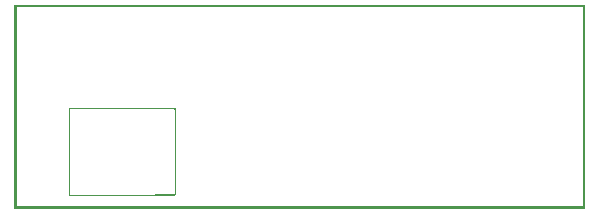
<source format=gbo>
G04 MADE WITH FRITZING*
G04 WWW.FRITZING.ORG*
G04 SINGLE SIDED*
G04 HOLES NOT PLATED*
G04 CONTOUR ON CENTER OF CONTOUR VECTOR*
%ASAXBY*%
%FSLAX23Y23*%
%MOIN*%
%OFA0B0*%
%SFA1.0B1.0*%
%ADD10R,0.001000X0.001000*%
%LNSILK0*%
G90*
G70*
G54D10*
X0Y681D02*
X1903Y681D01*
X0Y680D02*
X1903Y680D01*
X0Y679D02*
X1903Y679D01*
X0Y678D02*
X1903Y678D01*
X0Y677D02*
X1903Y677D01*
X0Y676D02*
X1903Y676D01*
X0Y675D02*
X1903Y675D01*
X0Y674D02*
X1903Y674D01*
X0Y673D02*
X7Y673D01*
X1896Y673D02*
X1903Y673D01*
X0Y672D02*
X7Y672D01*
X1896Y672D02*
X1903Y672D01*
X0Y671D02*
X7Y671D01*
X1896Y671D02*
X1903Y671D01*
X0Y670D02*
X7Y670D01*
X1896Y670D02*
X1903Y670D01*
X0Y669D02*
X7Y669D01*
X1896Y669D02*
X1903Y669D01*
X0Y668D02*
X7Y668D01*
X1896Y668D02*
X1903Y668D01*
X0Y667D02*
X7Y667D01*
X1896Y667D02*
X1903Y667D01*
X0Y666D02*
X7Y666D01*
X1896Y666D02*
X1903Y666D01*
X0Y665D02*
X7Y665D01*
X1896Y665D02*
X1903Y665D01*
X0Y664D02*
X7Y664D01*
X1896Y664D02*
X1903Y664D01*
X0Y663D02*
X7Y663D01*
X1896Y663D02*
X1903Y663D01*
X0Y662D02*
X7Y662D01*
X1896Y662D02*
X1903Y662D01*
X0Y661D02*
X7Y661D01*
X1896Y661D02*
X1903Y661D01*
X0Y660D02*
X7Y660D01*
X1896Y660D02*
X1903Y660D01*
X0Y659D02*
X7Y659D01*
X1896Y659D02*
X1903Y659D01*
X0Y658D02*
X7Y658D01*
X1896Y658D02*
X1903Y658D01*
X0Y657D02*
X7Y657D01*
X1896Y657D02*
X1903Y657D01*
X0Y656D02*
X7Y656D01*
X1896Y656D02*
X1903Y656D01*
X0Y655D02*
X7Y655D01*
X1896Y655D02*
X1903Y655D01*
X0Y654D02*
X7Y654D01*
X1896Y654D02*
X1903Y654D01*
X0Y653D02*
X7Y653D01*
X1896Y653D02*
X1903Y653D01*
X0Y652D02*
X7Y652D01*
X1896Y652D02*
X1903Y652D01*
X0Y651D02*
X7Y651D01*
X1896Y651D02*
X1903Y651D01*
X0Y650D02*
X7Y650D01*
X1896Y650D02*
X1903Y650D01*
X0Y649D02*
X7Y649D01*
X1896Y649D02*
X1903Y649D01*
X0Y648D02*
X7Y648D01*
X1896Y648D02*
X1903Y648D01*
X0Y647D02*
X7Y647D01*
X1896Y647D02*
X1903Y647D01*
X0Y646D02*
X7Y646D01*
X1896Y646D02*
X1903Y646D01*
X0Y645D02*
X7Y645D01*
X1896Y645D02*
X1903Y645D01*
X0Y644D02*
X7Y644D01*
X1896Y644D02*
X1903Y644D01*
X0Y643D02*
X7Y643D01*
X1896Y643D02*
X1903Y643D01*
X0Y642D02*
X7Y642D01*
X1896Y642D02*
X1903Y642D01*
X0Y641D02*
X7Y641D01*
X1896Y641D02*
X1903Y641D01*
X0Y640D02*
X7Y640D01*
X1896Y640D02*
X1903Y640D01*
X0Y639D02*
X7Y639D01*
X1896Y639D02*
X1903Y639D01*
X0Y638D02*
X7Y638D01*
X1896Y638D02*
X1903Y638D01*
X0Y637D02*
X7Y637D01*
X1896Y637D02*
X1903Y637D01*
X0Y636D02*
X7Y636D01*
X1896Y636D02*
X1903Y636D01*
X0Y635D02*
X7Y635D01*
X1896Y635D02*
X1903Y635D01*
X0Y634D02*
X7Y634D01*
X1896Y634D02*
X1903Y634D01*
X0Y633D02*
X7Y633D01*
X1896Y633D02*
X1903Y633D01*
X0Y632D02*
X7Y632D01*
X1896Y632D02*
X1903Y632D01*
X0Y631D02*
X7Y631D01*
X1896Y631D02*
X1903Y631D01*
X0Y630D02*
X7Y630D01*
X1896Y630D02*
X1903Y630D01*
X0Y629D02*
X7Y629D01*
X1896Y629D02*
X1903Y629D01*
X0Y628D02*
X7Y628D01*
X1896Y628D02*
X1903Y628D01*
X0Y627D02*
X7Y627D01*
X1896Y627D02*
X1903Y627D01*
X0Y626D02*
X7Y626D01*
X1896Y626D02*
X1903Y626D01*
X0Y625D02*
X7Y625D01*
X1896Y625D02*
X1903Y625D01*
X0Y624D02*
X7Y624D01*
X1896Y624D02*
X1903Y624D01*
X0Y623D02*
X7Y623D01*
X1896Y623D02*
X1903Y623D01*
X0Y622D02*
X7Y622D01*
X1896Y622D02*
X1903Y622D01*
X0Y621D02*
X7Y621D01*
X1896Y621D02*
X1903Y621D01*
X0Y620D02*
X7Y620D01*
X1896Y620D02*
X1903Y620D01*
X0Y619D02*
X7Y619D01*
X1896Y619D02*
X1903Y619D01*
X0Y618D02*
X7Y618D01*
X1896Y618D02*
X1903Y618D01*
X0Y617D02*
X7Y617D01*
X1896Y617D02*
X1903Y617D01*
X0Y616D02*
X7Y616D01*
X1896Y616D02*
X1903Y616D01*
X0Y615D02*
X7Y615D01*
X1896Y615D02*
X1903Y615D01*
X0Y614D02*
X7Y614D01*
X1896Y614D02*
X1903Y614D01*
X0Y613D02*
X7Y613D01*
X1896Y613D02*
X1903Y613D01*
X0Y612D02*
X7Y612D01*
X1896Y612D02*
X1903Y612D01*
X0Y611D02*
X7Y611D01*
X1896Y611D02*
X1903Y611D01*
X0Y610D02*
X7Y610D01*
X1896Y610D02*
X1903Y610D01*
X0Y609D02*
X7Y609D01*
X1896Y609D02*
X1903Y609D01*
X0Y608D02*
X7Y608D01*
X1896Y608D02*
X1903Y608D01*
X0Y607D02*
X7Y607D01*
X1896Y607D02*
X1903Y607D01*
X0Y606D02*
X7Y606D01*
X1896Y606D02*
X1903Y606D01*
X0Y605D02*
X7Y605D01*
X1896Y605D02*
X1903Y605D01*
X0Y604D02*
X7Y604D01*
X1896Y604D02*
X1903Y604D01*
X0Y603D02*
X7Y603D01*
X1896Y603D02*
X1903Y603D01*
X0Y602D02*
X7Y602D01*
X1896Y602D02*
X1903Y602D01*
X0Y601D02*
X7Y601D01*
X1896Y601D02*
X1903Y601D01*
X0Y600D02*
X7Y600D01*
X1896Y600D02*
X1903Y600D01*
X0Y599D02*
X7Y599D01*
X1896Y599D02*
X1903Y599D01*
X0Y598D02*
X7Y598D01*
X1896Y598D02*
X1903Y598D01*
X0Y597D02*
X7Y597D01*
X1896Y597D02*
X1903Y597D01*
X0Y596D02*
X7Y596D01*
X1896Y596D02*
X1903Y596D01*
X0Y595D02*
X7Y595D01*
X1896Y595D02*
X1903Y595D01*
X0Y594D02*
X7Y594D01*
X1896Y594D02*
X1903Y594D01*
X0Y593D02*
X7Y593D01*
X1896Y593D02*
X1903Y593D01*
X0Y592D02*
X7Y592D01*
X1896Y592D02*
X1903Y592D01*
X0Y591D02*
X7Y591D01*
X1896Y591D02*
X1903Y591D01*
X0Y590D02*
X7Y590D01*
X1896Y590D02*
X1903Y590D01*
X0Y589D02*
X7Y589D01*
X1896Y589D02*
X1903Y589D01*
X0Y588D02*
X7Y588D01*
X1896Y588D02*
X1903Y588D01*
X0Y587D02*
X7Y587D01*
X1896Y587D02*
X1903Y587D01*
X0Y586D02*
X7Y586D01*
X1896Y586D02*
X1903Y586D01*
X0Y585D02*
X7Y585D01*
X1896Y585D02*
X1903Y585D01*
X0Y584D02*
X7Y584D01*
X1896Y584D02*
X1903Y584D01*
X0Y583D02*
X7Y583D01*
X1896Y583D02*
X1903Y583D01*
X0Y582D02*
X7Y582D01*
X1896Y582D02*
X1903Y582D01*
X0Y581D02*
X7Y581D01*
X1896Y581D02*
X1903Y581D01*
X0Y580D02*
X7Y580D01*
X1896Y580D02*
X1903Y580D01*
X0Y579D02*
X7Y579D01*
X1896Y579D02*
X1903Y579D01*
X0Y578D02*
X7Y578D01*
X1896Y578D02*
X1903Y578D01*
X0Y577D02*
X7Y577D01*
X1896Y577D02*
X1903Y577D01*
X0Y576D02*
X7Y576D01*
X1896Y576D02*
X1903Y576D01*
X0Y575D02*
X7Y575D01*
X1896Y575D02*
X1903Y575D01*
X0Y574D02*
X7Y574D01*
X1896Y574D02*
X1903Y574D01*
X0Y573D02*
X7Y573D01*
X1896Y573D02*
X1903Y573D01*
X0Y572D02*
X7Y572D01*
X1896Y572D02*
X1903Y572D01*
X0Y571D02*
X7Y571D01*
X1896Y571D02*
X1903Y571D01*
X0Y570D02*
X7Y570D01*
X1896Y570D02*
X1903Y570D01*
X0Y569D02*
X7Y569D01*
X1896Y569D02*
X1903Y569D01*
X0Y568D02*
X7Y568D01*
X1896Y568D02*
X1903Y568D01*
X0Y567D02*
X7Y567D01*
X1896Y567D02*
X1903Y567D01*
X0Y566D02*
X7Y566D01*
X1896Y566D02*
X1903Y566D01*
X0Y565D02*
X7Y565D01*
X1896Y565D02*
X1903Y565D01*
X0Y564D02*
X7Y564D01*
X1896Y564D02*
X1903Y564D01*
X0Y563D02*
X7Y563D01*
X1896Y563D02*
X1903Y563D01*
X0Y562D02*
X7Y562D01*
X1896Y562D02*
X1903Y562D01*
X0Y561D02*
X7Y561D01*
X1896Y561D02*
X1903Y561D01*
X0Y560D02*
X7Y560D01*
X1896Y560D02*
X1903Y560D01*
X0Y559D02*
X7Y559D01*
X1896Y559D02*
X1903Y559D01*
X0Y558D02*
X7Y558D01*
X1896Y558D02*
X1903Y558D01*
X0Y557D02*
X7Y557D01*
X1896Y557D02*
X1903Y557D01*
X0Y556D02*
X7Y556D01*
X1896Y556D02*
X1903Y556D01*
X0Y555D02*
X7Y555D01*
X1896Y555D02*
X1903Y555D01*
X0Y554D02*
X7Y554D01*
X1896Y554D02*
X1903Y554D01*
X0Y553D02*
X7Y553D01*
X1896Y553D02*
X1903Y553D01*
X0Y552D02*
X7Y552D01*
X1896Y552D02*
X1903Y552D01*
X0Y551D02*
X7Y551D01*
X1896Y551D02*
X1903Y551D01*
X0Y550D02*
X7Y550D01*
X1896Y550D02*
X1903Y550D01*
X0Y549D02*
X7Y549D01*
X1896Y549D02*
X1903Y549D01*
X0Y548D02*
X7Y548D01*
X1896Y548D02*
X1903Y548D01*
X0Y547D02*
X7Y547D01*
X1896Y547D02*
X1903Y547D01*
X0Y546D02*
X7Y546D01*
X1896Y546D02*
X1903Y546D01*
X0Y545D02*
X7Y545D01*
X1896Y545D02*
X1903Y545D01*
X0Y544D02*
X7Y544D01*
X1896Y544D02*
X1903Y544D01*
X0Y543D02*
X7Y543D01*
X1896Y543D02*
X1903Y543D01*
X0Y542D02*
X7Y542D01*
X1896Y542D02*
X1903Y542D01*
X0Y541D02*
X7Y541D01*
X1896Y541D02*
X1903Y541D01*
X0Y540D02*
X7Y540D01*
X1896Y540D02*
X1903Y540D01*
X0Y539D02*
X7Y539D01*
X1896Y539D02*
X1903Y539D01*
X0Y538D02*
X7Y538D01*
X1896Y538D02*
X1903Y538D01*
X0Y537D02*
X7Y537D01*
X1896Y537D02*
X1903Y537D01*
X0Y536D02*
X7Y536D01*
X1896Y536D02*
X1903Y536D01*
X0Y535D02*
X7Y535D01*
X1896Y535D02*
X1903Y535D01*
X0Y534D02*
X7Y534D01*
X1896Y534D02*
X1903Y534D01*
X0Y533D02*
X7Y533D01*
X1896Y533D02*
X1903Y533D01*
X0Y532D02*
X7Y532D01*
X1896Y532D02*
X1903Y532D01*
X0Y531D02*
X7Y531D01*
X1896Y531D02*
X1903Y531D01*
X0Y530D02*
X7Y530D01*
X1896Y530D02*
X1903Y530D01*
X0Y529D02*
X7Y529D01*
X1896Y529D02*
X1903Y529D01*
X0Y528D02*
X7Y528D01*
X1896Y528D02*
X1903Y528D01*
X0Y527D02*
X7Y527D01*
X1896Y527D02*
X1903Y527D01*
X0Y526D02*
X7Y526D01*
X1896Y526D02*
X1903Y526D01*
X0Y525D02*
X7Y525D01*
X1896Y525D02*
X1903Y525D01*
X0Y524D02*
X7Y524D01*
X1896Y524D02*
X1903Y524D01*
X0Y523D02*
X7Y523D01*
X1896Y523D02*
X1903Y523D01*
X0Y522D02*
X7Y522D01*
X1896Y522D02*
X1903Y522D01*
X0Y521D02*
X7Y521D01*
X1896Y521D02*
X1903Y521D01*
X0Y520D02*
X7Y520D01*
X1896Y520D02*
X1903Y520D01*
X0Y519D02*
X7Y519D01*
X1896Y519D02*
X1903Y519D01*
X0Y518D02*
X7Y518D01*
X1896Y518D02*
X1903Y518D01*
X0Y517D02*
X7Y517D01*
X1896Y517D02*
X1903Y517D01*
X0Y516D02*
X7Y516D01*
X1896Y516D02*
X1903Y516D01*
X0Y515D02*
X7Y515D01*
X1896Y515D02*
X1903Y515D01*
X0Y514D02*
X7Y514D01*
X1896Y514D02*
X1903Y514D01*
X0Y513D02*
X7Y513D01*
X1896Y513D02*
X1903Y513D01*
X0Y512D02*
X7Y512D01*
X1896Y512D02*
X1903Y512D01*
X0Y511D02*
X7Y511D01*
X1896Y511D02*
X1903Y511D01*
X0Y510D02*
X7Y510D01*
X1896Y510D02*
X1903Y510D01*
X0Y509D02*
X7Y509D01*
X1896Y509D02*
X1903Y509D01*
X0Y508D02*
X7Y508D01*
X1896Y508D02*
X1903Y508D01*
X0Y507D02*
X7Y507D01*
X1896Y507D02*
X1903Y507D01*
X0Y506D02*
X7Y506D01*
X1896Y506D02*
X1903Y506D01*
X0Y505D02*
X7Y505D01*
X1896Y505D02*
X1903Y505D01*
X0Y504D02*
X7Y504D01*
X1896Y504D02*
X1903Y504D01*
X0Y503D02*
X7Y503D01*
X1896Y503D02*
X1903Y503D01*
X0Y502D02*
X7Y502D01*
X1896Y502D02*
X1903Y502D01*
X0Y501D02*
X7Y501D01*
X1896Y501D02*
X1903Y501D01*
X0Y500D02*
X7Y500D01*
X1896Y500D02*
X1903Y500D01*
X0Y499D02*
X7Y499D01*
X1896Y499D02*
X1903Y499D01*
X0Y498D02*
X7Y498D01*
X1896Y498D02*
X1903Y498D01*
X0Y497D02*
X7Y497D01*
X1896Y497D02*
X1903Y497D01*
X0Y496D02*
X7Y496D01*
X1896Y496D02*
X1903Y496D01*
X0Y495D02*
X7Y495D01*
X1896Y495D02*
X1903Y495D01*
X0Y494D02*
X7Y494D01*
X1896Y494D02*
X1903Y494D01*
X0Y493D02*
X7Y493D01*
X1896Y493D02*
X1903Y493D01*
X0Y492D02*
X7Y492D01*
X1896Y492D02*
X1903Y492D01*
X0Y491D02*
X7Y491D01*
X1896Y491D02*
X1903Y491D01*
X0Y490D02*
X7Y490D01*
X1896Y490D02*
X1903Y490D01*
X0Y489D02*
X7Y489D01*
X1896Y489D02*
X1903Y489D01*
X0Y488D02*
X7Y488D01*
X1896Y488D02*
X1903Y488D01*
X0Y487D02*
X7Y487D01*
X1896Y487D02*
X1903Y487D01*
X0Y486D02*
X7Y486D01*
X1896Y486D02*
X1903Y486D01*
X0Y485D02*
X7Y485D01*
X1896Y485D02*
X1903Y485D01*
X0Y484D02*
X7Y484D01*
X1896Y484D02*
X1903Y484D01*
X0Y483D02*
X7Y483D01*
X1896Y483D02*
X1903Y483D01*
X0Y482D02*
X7Y482D01*
X1896Y482D02*
X1903Y482D01*
X0Y481D02*
X7Y481D01*
X1896Y481D02*
X1903Y481D01*
X0Y480D02*
X7Y480D01*
X1896Y480D02*
X1903Y480D01*
X0Y479D02*
X7Y479D01*
X1896Y479D02*
X1903Y479D01*
X0Y478D02*
X7Y478D01*
X1896Y478D02*
X1903Y478D01*
X0Y477D02*
X7Y477D01*
X1896Y477D02*
X1903Y477D01*
X0Y476D02*
X7Y476D01*
X1896Y476D02*
X1903Y476D01*
X0Y475D02*
X7Y475D01*
X1896Y475D02*
X1903Y475D01*
X0Y474D02*
X7Y474D01*
X1896Y474D02*
X1903Y474D01*
X0Y473D02*
X7Y473D01*
X1896Y473D02*
X1903Y473D01*
X0Y472D02*
X7Y472D01*
X1896Y472D02*
X1903Y472D01*
X0Y471D02*
X7Y471D01*
X1896Y471D02*
X1903Y471D01*
X0Y470D02*
X7Y470D01*
X1896Y470D02*
X1903Y470D01*
X0Y469D02*
X7Y469D01*
X1896Y469D02*
X1903Y469D01*
X0Y468D02*
X7Y468D01*
X1896Y468D02*
X1903Y468D01*
X0Y467D02*
X7Y467D01*
X1896Y467D02*
X1903Y467D01*
X0Y466D02*
X7Y466D01*
X1896Y466D02*
X1903Y466D01*
X0Y465D02*
X7Y465D01*
X1896Y465D02*
X1903Y465D01*
X0Y464D02*
X7Y464D01*
X1896Y464D02*
X1903Y464D01*
X0Y463D02*
X7Y463D01*
X1896Y463D02*
X1903Y463D01*
X0Y462D02*
X7Y462D01*
X1896Y462D02*
X1903Y462D01*
X0Y461D02*
X7Y461D01*
X1896Y461D02*
X1903Y461D01*
X0Y460D02*
X7Y460D01*
X1896Y460D02*
X1903Y460D01*
X0Y459D02*
X7Y459D01*
X1896Y459D02*
X1903Y459D01*
X0Y458D02*
X7Y458D01*
X1896Y458D02*
X1903Y458D01*
X0Y457D02*
X7Y457D01*
X1896Y457D02*
X1903Y457D01*
X0Y456D02*
X7Y456D01*
X1896Y456D02*
X1903Y456D01*
X0Y455D02*
X7Y455D01*
X1896Y455D02*
X1903Y455D01*
X0Y454D02*
X7Y454D01*
X1896Y454D02*
X1903Y454D01*
X0Y453D02*
X7Y453D01*
X1896Y453D02*
X1903Y453D01*
X0Y452D02*
X7Y452D01*
X1896Y452D02*
X1903Y452D01*
X0Y451D02*
X7Y451D01*
X1896Y451D02*
X1903Y451D01*
X0Y450D02*
X7Y450D01*
X1896Y450D02*
X1903Y450D01*
X0Y449D02*
X7Y449D01*
X1896Y449D02*
X1903Y449D01*
X0Y448D02*
X7Y448D01*
X1896Y448D02*
X1903Y448D01*
X0Y447D02*
X7Y447D01*
X1896Y447D02*
X1903Y447D01*
X0Y446D02*
X7Y446D01*
X1896Y446D02*
X1903Y446D01*
X0Y445D02*
X7Y445D01*
X1896Y445D02*
X1903Y445D01*
X0Y444D02*
X7Y444D01*
X1896Y444D02*
X1903Y444D01*
X0Y443D02*
X7Y443D01*
X1896Y443D02*
X1903Y443D01*
X0Y442D02*
X7Y442D01*
X1896Y442D02*
X1903Y442D01*
X0Y441D02*
X7Y441D01*
X1896Y441D02*
X1903Y441D01*
X0Y440D02*
X7Y440D01*
X1896Y440D02*
X1903Y440D01*
X0Y439D02*
X7Y439D01*
X1896Y439D02*
X1903Y439D01*
X0Y438D02*
X7Y438D01*
X1896Y438D02*
X1903Y438D01*
X0Y437D02*
X7Y437D01*
X1896Y437D02*
X1903Y437D01*
X0Y436D02*
X7Y436D01*
X1896Y436D02*
X1903Y436D01*
X0Y435D02*
X7Y435D01*
X1896Y435D02*
X1903Y435D01*
X0Y434D02*
X7Y434D01*
X1896Y434D02*
X1903Y434D01*
X0Y433D02*
X7Y433D01*
X1896Y433D02*
X1903Y433D01*
X0Y432D02*
X7Y432D01*
X1896Y432D02*
X1903Y432D01*
X0Y431D02*
X7Y431D01*
X1896Y431D02*
X1903Y431D01*
X0Y430D02*
X7Y430D01*
X1896Y430D02*
X1903Y430D01*
X0Y429D02*
X7Y429D01*
X1896Y429D02*
X1903Y429D01*
X0Y428D02*
X7Y428D01*
X1896Y428D02*
X1903Y428D01*
X0Y427D02*
X7Y427D01*
X1896Y427D02*
X1903Y427D01*
X0Y426D02*
X7Y426D01*
X1896Y426D02*
X1903Y426D01*
X0Y425D02*
X7Y425D01*
X1896Y425D02*
X1903Y425D01*
X0Y424D02*
X7Y424D01*
X1896Y424D02*
X1903Y424D01*
X0Y423D02*
X7Y423D01*
X1896Y423D02*
X1903Y423D01*
X0Y422D02*
X7Y422D01*
X1896Y422D02*
X1903Y422D01*
X0Y421D02*
X7Y421D01*
X1896Y421D02*
X1903Y421D01*
X0Y420D02*
X7Y420D01*
X1896Y420D02*
X1903Y420D01*
X0Y419D02*
X7Y419D01*
X1896Y419D02*
X1903Y419D01*
X0Y418D02*
X7Y418D01*
X1896Y418D02*
X1903Y418D01*
X0Y417D02*
X7Y417D01*
X1896Y417D02*
X1903Y417D01*
X0Y416D02*
X7Y416D01*
X1896Y416D02*
X1903Y416D01*
X0Y415D02*
X7Y415D01*
X1896Y415D02*
X1903Y415D01*
X0Y414D02*
X7Y414D01*
X1896Y414D02*
X1903Y414D01*
X0Y413D02*
X7Y413D01*
X1896Y413D02*
X1903Y413D01*
X0Y412D02*
X7Y412D01*
X1896Y412D02*
X1903Y412D01*
X0Y411D02*
X7Y411D01*
X1896Y411D02*
X1903Y411D01*
X0Y410D02*
X7Y410D01*
X1896Y410D02*
X1903Y410D01*
X0Y409D02*
X7Y409D01*
X1896Y409D02*
X1903Y409D01*
X0Y408D02*
X7Y408D01*
X1896Y408D02*
X1903Y408D01*
X0Y407D02*
X7Y407D01*
X1896Y407D02*
X1903Y407D01*
X0Y406D02*
X7Y406D01*
X1896Y406D02*
X1903Y406D01*
X0Y405D02*
X7Y405D01*
X1896Y405D02*
X1903Y405D01*
X0Y404D02*
X7Y404D01*
X1896Y404D02*
X1903Y404D01*
X0Y403D02*
X7Y403D01*
X1896Y403D02*
X1903Y403D01*
X0Y402D02*
X7Y402D01*
X1896Y402D02*
X1903Y402D01*
X0Y401D02*
X7Y401D01*
X1896Y401D02*
X1903Y401D01*
X0Y400D02*
X7Y400D01*
X1896Y400D02*
X1903Y400D01*
X0Y399D02*
X7Y399D01*
X1896Y399D02*
X1903Y399D01*
X0Y398D02*
X7Y398D01*
X1896Y398D02*
X1903Y398D01*
X0Y397D02*
X7Y397D01*
X1896Y397D02*
X1903Y397D01*
X0Y396D02*
X7Y396D01*
X1896Y396D02*
X1903Y396D01*
X0Y395D02*
X7Y395D01*
X1896Y395D02*
X1903Y395D01*
X0Y394D02*
X7Y394D01*
X1896Y394D02*
X1903Y394D01*
X0Y393D02*
X7Y393D01*
X1896Y393D02*
X1903Y393D01*
X0Y392D02*
X7Y392D01*
X1896Y392D02*
X1903Y392D01*
X0Y391D02*
X7Y391D01*
X1896Y391D02*
X1903Y391D01*
X0Y390D02*
X7Y390D01*
X1896Y390D02*
X1903Y390D01*
X0Y389D02*
X7Y389D01*
X1896Y389D02*
X1903Y389D01*
X0Y388D02*
X7Y388D01*
X1896Y388D02*
X1903Y388D01*
X0Y387D02*
X7Y387D01*
X1896Y387D02*
X1903Y387D01*
X0Y386D02*
X7Y386D01*
X1896Y386D02*
X1903Y386D01*
X0Y385D02*
X7Y385D01*
X1896Y385D02*
X1903Y385D01*
X0Y384D02*
X7Y384D01*
X1896Y384D02*
X1903Y384D01*
X0Y383D02*
X7Y383D01*
X1896Y383D02*
X1903Y383D01*
X0Y382D02*
X7Y382D01*
X1896Y382D02*
X1903Y382D01*
X0Y381D02*
X7Y381D01*
X1896Y381D02*
X1903Y381D01*
X0Y380D02*
X7Y380D01*
X1896Y380D02*
X1903Y380D01*
X0Y379D02*
X7Y379D01*
X1896Y379D02*
X1903Y379D01*
X0Y378D02*
X7Y378D01*
X1896Y378D02*
X1903Y378D01*
X0Y377D02*
X7Y377D01*
X1896Y377D02*
X1903Y377D01*
X0Y376D02*
X7Y376D01*
X1896Y376D02*
X1903Y376D01*
X0Y375D02*
X7Y375D01*
X1896Y375D02*
X1903Y375D01*
X0Y374D02*
X7Y374D01*
X1896Y374D02*
X1903Y374D01*
X0Y373D02*
X7Y373D01*
X1896Y373D02*
X1903Y373D01*
X0Y372D02*
X7Y372D01*
X1896Y372D02*
X1903Y372D01*
X0Y371D02*
X7Y371D01*
X1896Y371D02*
X1903Y371D01*
X0Y370D02*
X7Y370D01*
X1896Y370D02*
X1903Y370D01*
X0Y369D02*
X7Y369D01*
X1896Y369D02*
X1903Y369D01*
X0Y368D02*
X7Y368D01*
X1896Y368D02*
X1903Y368D01*
X0Y367D02*
X7Y367D01*
X1896Y367D02*
X1903Y367D01*
X0Y366D02*
X7Y366D01*
X1896Y366D02*
X1903Y366D01*
X0Y365D02*
X7Y365D01*
X1896Y365D02*
X1903Y365D01*
X0Y364D02*
X7Y364D01*
X1896Y364D02*
X1903Y364D01*
X0Y363D02*
X7Y363D01*
X1896Y363D02*
X1903Y363D01*
X0Y362D02*
X7Y362D01*
X1896Y362D02*
X1903Y362D01*
X0Y361D02*
X7Y361D01*
X1896Y361D02*
X1903Y361D01*
X0Y360D02*
X7Y360D01*
X1896Y360D02*
X1903Y360D01*
X0Y359D02*
X7Y359D01*
X1896Y359D02*
X1903Y359D01*
X0Y358D02*
X7Y358D01*
X1896Y358D02*
X1903Y358D01*
X0Y357D02*
X7Y357D01*
X1896Y357D02*
X1903Y357D01*
X0Y356D02*
X7Y356D01*
X1896Y356D02*
X1903Y356D01*
X0Y355D02*
X7Y355D01*
X1896Y355D02*
X1903Y355D01*
X0Y354D02*
X7Y354D01*
X1896Y354D02*
X1903Y354D01*
X0Y353D02*
X7Y353D01*
X1896Y353D02*
X1903Y353D01*
X0Y352D02*
X7Y352D01*
X1896Y352D02*
X1903Y352D01*
X0Y351D02*
X7Y351D01*
X1896Y351D02*
X1903Y351D01*
X0Y350D02*
X7Y350D01*
X1896Y350D02*
X1903Y350D01*
X0Y349D02*
X7Y349D01*
X1896Y349D02*
X1903Y349D01*
X0Y348D02*
X7Y348D01*
X1896Y348D02*
X1903Y348D01*
X0Y347D02*
X7Y347D01*
X1896Y347D02*
X1903Y347D01*
X0Y346D02*
X7Y346D01*
X1896Y346D02*
X1903Y346D01*
X0Y345D02*
X7Y345D01*
X1896Y345D02*
X1903Y345D01*
X0Y344D02*
X7Y344D01*
X1896Y344D02*
X1903Y344D01*
X0Y343D02*
X7Y343D01*
X1896Y343D02*
X1903Y343D01*
X0Y342D02*
X7Y342D01*
X1896Y342D02*
X1903Y342D01*
X0Y341D02*
X7Y341D01*
X1896Y341D02*
X1903Y341D01*
X0Y340D02*
X7Y340D01*
X1896Y340D02*
X1903Y340D01*
X0Y339D02*
X7Y339D01*
X1896Y339D02*
X1903Y339D01*
X0Y338D02*
X7Y338D01*
X1896Y338D02*
X1903Y338D01*
X0Y337D02*
X7Y337D01*
X184Y337D02*
X536Y337D01*
X1896Y337D02*
X1903Y337D01*
X0Y336D02*
X7Y336D01*
X182Y336D02*
X537Y336D01*
X1896Y336D02*
X1903Y336D01*
X0Y335D02*
X7Y335D01*
X182Y335D02*
X537Y335D01*
X1896Y335D02*
X1903Y335D01*
X0Y334D02*
X7Y334D01*
X182Y334D02*
X184Y334D01*
X470Y334D02*
X537Y334D01*
X1896Y334D02*
X1903Y334D01*
X0Y333D02*
X7Y333D01*
X182Y333D02*
X184Y333D01*
X534Y333D02*
X537Y333D01*
X1896Y333D02*
X1903Y333D01*
X0Y332D02*
X7Y332D01*
X182Y332D02*
X184Y332D01*
X535Y332D02*
X537Y332D01*
X1896Y332D02*
X1903Y332D01*
X0Y331D02*
X7Y331D01*
X182Y331D02*
X184Y331D01*
X535Y331D02*
X537Y331D01*
X1896Y331D02*
X1903Y331D01*
X0Y330D02*
X7Y330D01*
X182Y330D02*
X184Y330D01*
X535Y330D02*
X537Y330D01*
X1896Y330D02*
X1903Y330D01*
X0Y329D02*
X7Y329D01*
X182Y329D02*
X184Y329D01*
X535Y329D02*
X537Y329D01*
X1896Y329D02*
X1903Y329D01*
X0Y328D02*
X7Y328D01*
X182Y328D02*
X184Y328D01*
X535Y328D02*
X537Y328D01*
X1896Y328D02*
X1903Y328D01*
X0Y327D02*
X7Y327D01*
X182Y327D02*
X184Y327D01*
X535Y327D02*
X537Y327D01*
X1896Y327D02*
X1903Y327D01*
X0Y326D02*
X7Y326D01*
X182Y326D02*
X184Y326D01*
X535Y326D02*
X537Y326D01*
X1896Y326D02*
X1903Y326D01*
X0Y325D02*
X7Y325D01*
X182Y325D02*
X184Y325D01*
X535Y325D02*
X537Y325D01*
X1896Y325D02*
X1903Y325D01*
X0Y324D02*
X7Y324D01*
X182Y324D02*
X184Y324D01*
X535Y324D02*
X537Y324D01*
X1896Y324D02*
X1903Y324D01*
X0Y323D02*
X7Y323D01*
X182Y323D02*
X184Y323D01*
X535Y323D02*
X537Y323D01*
X1896Y323D02*
X1903Y323D01*
X0Y322D02*
X7Y322D01*
X182Y322D02*
X184Y322D01*
X535Y322D02*
X537Y322D01*
X1896Y322D02*
X1903Y322D01*
X0Y321D02*
X7Y321D01*
X182Y321D02*
X184Y321D01*
X535Y321D02*
X537Y321D01*
X1896Y321D02*
X1903Y321D01*
X0Y320D02*
X7Y320D01*
X182Y320D02*
X184Y320D01*
X535Y320D02*
X537Y320D01*
X1896Y320D02*
X1903Y320D01*
X0Y319D02*
X7Y319D01*
X182Y319D02*
X184Y319D01*
X535Y319D02*
X537Y319D01*
X1896Y319D02*
X1903Y319D01*
X0Y318D02*
X7Y318D01*
X182Y318D02*
X184Y318D01*
X535Y318D02*
X537Y318D01*
X1896Y318D02*
X1903Y318D01*
X0Y317D02*
X7Y317D01*
X182Y317D02*
X184Y317D01*
X535Y317D02*
X537Y317D01*
X1896Y317D02*
X1903Y317D01*
X0Y316D02*
X7Y316D01*
X182Y316D02*
X184Y316D01*
X535Y316D02*
X537Y316D01*
X1896Y316D02*
X1903Y316D01*
X0Y315D02*
X7Y315D01*
X182Y315D02*
X184Y315D01*
X535Y315D02*
X537Y315D01*
X1896Y315D02*
X1903Y315D01*
X0Y314D02*
X7Y314D01*
X182Y314D02*
X184Y314D01*
X535Y314D02*
X537Y314D01*
X1896Y314D02*
X1903Y314D01*
X0Y313D02*
X7Y313D01*
X182Y313D02*
X184Y313D01*
X535Y313D02*
X537Y313D01*
X1896Y313D02*
X1903Y313D01*
X0Y312D02*
X7Y312D01*
X182Y312D02*
X184Y312D01*
X535Y312D02*
X537Y312D01*
X1896Y312D02*
X1903Y312D01*
X0Y311D02*
X7Y311D01*
X182Y311D02*
X184Y311D01*
X535Y311D02*
X537Y311D01*
X1896Y311D02*
X1903Y311D01*
X0Y310D02*
X7Y310D01*
X182Y310D02*
X184Y310D01*
X535Y310D02*
X537Y310D01*
X1896Y310D02*
X1903Y310D01*
X0Y309D02*
X7Y309D01*
X182Y309D02*
X184Y309D01*
X535Y309D02*
X537Y309D01*
X1896Y309D02*
X1903Y309D01*
X0Y308D02*
X7Y308D01*
X182Y308D02*
X184Y308D01*
X535Y308D02*
X537Y308D01*
X1896Y308D02*
X1903Y308D01*
X0Y307D02*
X7Y307D01*
X182Y307D02*
X184Y307D01*
X535Y307D02*
X537Y307D01*
X1896Y307D02*
X1903Y307D01*
X0Y306D02*
X7Y306D01*
X182Y306D02*
X184Y306D01*
X535Y306D02*
X537Y306D01*
X1896Y306D02*
X1903Y306D01*
X0Y305D02*
X7Y305D01*
X182Y305D02*
X184Y305D01*
X535Y305D02*
X537Y305D01*
X1896Y305D02*
X1903Y305D01*
X0Y304D02*
X7Y304D01*
X182Y304D02*
X184Y304D01*
X535Y304D02*
X537Y304D01*
X1896Y304D02*
X1903Y304D01*
X0Y303D02*
X7Y303D01*
X182Y303D02*
X184Y303D01*
X535Y303D02*
X537Y303D01*
X1896Y303D02*
X1903Y303D01*
X0Y302D02*
X7Y302D01*
X182Y302D02*
X184Y302D01*
X535Y302D02*
X537Y302D01*
X1896Y302D02*
X1903Y302D01*
X0Y301D02*
X7Y301D01*
X182Y301D02*
X184Y301D01*
X535Y301D02*
X537Y301D01*
X1896Y301D02*
X1903Y301D01*
X0Y300D02*
X7Y300D01*
X182Y300D02*
X184Y300D01*
X535Y300D02*
X537Y300D01*
X1896Y300D02*
X1903Y300D01*
X0Y299D02*
X7Y299D01*
X182Y299D02*
X184Y299D01*
X535Y299D02*
X537Y299D01*
X1896Y299D02*
X1903Y299D01*
X0Y298D02*
X7Y298D01*
X182Y298D02*
X184Y298D01*
X535Y298D02*
X537Y298D01*
X1896Y298D02*
X1903Y298D01*
X0Y297D02*
X7Y297D01*
X182Y297D02*
X184Y297D01*
X535Y297D02*
X537Y297D01*
X1896Y297D02*
X1903Y297D01*
X0Y296D02*
X7Y296D01*
X182Y296D02*
X184Y296D01*
X535Y296D02*
X537Y296D01*
X1896Y296D02*
X1903Y296D01*
X0Y295D02*
X7Y295D01*
X182Y295D02*
X184Y295D01*
X535Y295D02*
X537Y295D01*
X1896Y295D02*
X1903Y295D01*
X0Y294D02*
X7Y294D01*
X182Y294D02*
X184Y294D01*
X535Y294D02*
X537Y294D01*
X1896Y294D02*
X1903Y294D01*
X0Y293D02*
X7Y293D01*
X182Y293D02*
X184Y293D01*
X535Y293D02*
X537Y293D01*
X1896Y293D02*
X1903Y293D01*
X0Y292D02*
X7Y292D01*
X182Y292D02*
X184Y292D01*
X535Y292D02*
X537Y292D01*
X1896Y292D02*
X1903Y292D01*
X0Y291D02*
X7Y291D01*
X182Y291D02*
X184Y291D01*
X535Y291D02*
X537Y291D01*
X1896Y291D02*
X1903Y291D01*
X0Y290D02*
X7Y290D01*
X182Y290D02*
X184Y290D01*
X535Y290D02*
X537Y290D01*
X1896Y290D02*
X1903Y290D01*
X0Y289D02*
X7Y289D01*
X182Y289D02*
X184Y289D01*
X535Y289D02*
X537Y289D01*
X1896Y289D02*
X1903Y289D01*
X0Y288D02*
X7Y288D01*
X182Y288D02*
X184Y288D01*
X535Y288D02*
X537Y288D01*
X1896Y288D02*
X1903Y288D01*
X0Y287D02*
X7Y287D01*
X182Y287D02*
X184Y287D01*
X535Y287D02*
X537Y287D01*
X1896Y287D02*
X1903Y287D01*
X0Y286D02*
X7Y286D01*
X182Y286D02*
X184Y286D01*
X535Y286D02*
X537Y286D01*
X1896Y286D02*
X1903Y286D01*
X0Y285D02*
X7Y285D01*
X182Y285D02*
X184Y285D01*
X535Y285D02*
X537Y285D01*
X1896Y285D02*
X1903Y285D01*
X0Y284D02*
X7Y284D01*
X182Y284D02*
X184Y284D01*
X535Y284D02*
X537Y284D01*
X1896Y284D02*
X1903Y284D01*
X0Y283D02*
X7Y283D01*
X182Y283D02*
X184Y283D01*
X535Y283D02*
X537Y283D01*
X1896Y283D02*
X1903Y283D01*
X0Y282D02*
X7Y282D01*
X182Y282D02*
X184Y282D01*
X535Y282D02*
X537Y282D01*
X1896Y282D02*
X1903Y282D01*
X0Y281D02*
X7Y281D01*
X182Y281D02*
X184Y281D01*
X535Y281D02*
X537Y281D01*
X1896Y281D02*
X1903Y281D01*
X0Y280D02*
X7Y280D01*
X182Y280D02*
X184Y280D01*
X535Y280D02*
X537Y280D01*
X1896Y280D02*
X1903Y280D01*
X0Y279D02*
X7Y279D01*
X182Y279D02*
X184Y279D01*
X535Y279D02*
X537Y279D01*
X1896Y279D02*
X1903Y279D01*
X0Y278D02*
X7Y278D01*
X182Y278D02*
X184Y278D01*
X535Y278D02*
X537Y278D01*
X1896Y278D02*
X1903Y278D01*
X0Y277D02*
X7Y277D01*
X182Y277D02*
X184Y277D01*
X535Y277D02*
X537Y277D01*
X1896Y277D02*
X1903Y277D01*
X0Y276D02*
X7Y276D01*
X182Y276D02*
X184Y276D01*
X535Y276D02*
X537Y276D01*
X1896Y276D02*
X1903Y276D01*
X0Y275D02*
X7Y275D01*
X182Y275D02*
X184Y275D01*
X535Y275D02*
X537Y275D01*
X1896Y275D02*
X1903Y275D01*
X0Y274D02*
X7Y274D01*
X182Y274D02*
X184Y274D01*
X535Y274D02*
X537Y274D01*
X1896Y274D02*
X1903Y274D01*
X0Y273D02*
X7Y273D01*
X182Y273D02*
X184Y273D01*
X535Y273D02*
X537Y273D01*
X1896Y273D02*
X1903Y273D01*
X0Y272D02*
X7Y272D01*
X182Y272D02*
X184Y272D01*
X535Y272D02*
X537Y272D01*
X1896Y272D02*
X1903Y272D01*
X0Y271D02*
X7Y271D01*
X182Y271D02*
X184Y271D01*
X535Y271D02*
X537Y271D01*
X1896Y271D02*
X1903Y271D01*
X0Y270D02*
X7Y270D01*
X182Y270D02*
X184Y270D01*
X535Y270D02*
X537Y270D01*
X1896Y270D02*
X1903Y270D01*
X0Y269D02*
X7Y269D01*
X182Y269D02*
X184Y269D01*
X535Y269D02*
X537Y269D01*
X1896Y269D02*
X1903Y269D01*
X0Y268D02*
X7Y268D01*
X182Y268D02*
X184Y268D01*
X535Y268D02*
X537Y268D01*
X1896Y268D02*
X1903Y268D01*
X0Y267D02*
X7Y267D01*
X182Y267D02*
X184Y267D01*
X535Y267D02*
X537Y267D01*
X1896Y267D02*
X1903Y267D01*
X0Y266D02*
X7Y266D01*
X182Y266D02*
X184Y266D01*
X535Y266D02*
X537Y266D01*
X1896Y266D02*
X1903Y266D01*
X0Y265D02*
X7Y265D01*
X182Y265D02*
X184Y265D01*
X535Y265D02*
X537Y265D01*
X1896Y265D02*
X1903Y265D01*
X0Y264D02*
X7Y264D01*
X182Y264D02*
X184Y264D01*
X535Y264D02*
X537Y264D01*
X1896Y264D02*
X1903Y264D01*
X0Y263D02*
X7Y263D01*
X182Y263D02*
X184Y263D01*
X535Y263D02*
X537Y263D01*
X1896Y263D02*
X1903Y263D01*
X0Y262D02*
X7Y262D01*
X182Y262D02*
X184Y262D01*
X535Y262D02*
X537Y262D01*
X1896Y262D02*
X1903Y262D01*
X0Y261D02*
X7Y261D01*
X182Y261D02*
X184Y261D01*
X535Y261D02*
X537Y261D01*
X1896Y261D02*
X1903Y261D01*
X0Y260D02*
X7Y260D01*
X182Y260D02*
X184Y260D01*
X535Y260D02*
X537Y260D01*
X1896Y260D02*
X1903Y260D01*
X0Y259D02*
X7Y259D01*
X182Y259D02*
X184Y259D01*
X535Y259D02*
X537Y259D01*
X1896Y259D02*
X1903Y259D01*
X0Y258D02*
X7Y258D01*
X182Y258D02*
X184Y258D01*
X535Y258D02*
X537Y258D01*
X1896Y258D02*
X1903Y258D01*
X0Y257D02*
X7Y257D01*
X182Y257D02*
X184Y257D01*
X535Y257D02*
X537Y257D01*
X1896Y257D02*
X1903Y257D01*
X0Y256D02*
X7Y256D01*
X182Y256D02*
X184Y256D01*
X535Y256D02*
X537Y256D01*
X1896Y256D02*
X1903Y256D01*
X0Y255D02*
X7Y255D01*
X182Y255D02*
X184Y255D01*
X535Y255D02*
X537Y255D01*
X1896Y255D02*
X1903Y255D01*
X0Y254D02*
X7Y254D01*
X182Y254D02*
X184Y254D01*
X535Y254D02*
X537Y254D01*
X1896Y254D02*
X1903Y254D01*
X0Y253D02*
X7Y253D01*
X182Y253D02*
X184Y253D01*
X535Y253D02*
X537Y253D01*
X1896Y253D02*
X1903Y253D01*
X0Y252D02*
X7Y252D01*
X182Y252D02*
X184Y252D01*
X535Y252D02*
X537Y252D01*
X1896Y252D02*
X1903Y252D01*
X0Y251D02*
X7Y251D01*
X182Y251D02*
X184Y251D01*
X535Y251D02*
X537Y251D01*
X1896Y251D02*
X1903Y251D01*
X0Y250D02*
X7Y250D01*
X182Y250D02*
X184Y250D01*
X535Y250D02*
X537Y250D01*
X1896Y250D02*
X1903Y250D01*
X0Y249D02*
X7Y249D01*
X182Y249D02*
X184Y249D01*
X535Y249D02*
X537Y249D01*
X1896Y249D02*
X1903Y249D01*
X0Y248D02*
X7Y248D01*
X182Y248D02*
X184Y248D01*
X535Y248D02*
X537Y248D01*
X1896Y248D02*
X1903Y248D01*
X0Y247D02*
X7Y247D01*
X182Y247D02*
X184Y247D01*
X535Y247D02*
X537Y247D01*
X1896Y247D02*
X1903Y247D01*
X0Y246D02*
X7Y246D01*
X182Y246D02*
X184Y246D01*
X535Y246D02*
X537Y246D01*
X1896Y246D02*
X1903Y246D01*
X0Y245D02*
X7Y245D01*
X182Y245D02*
X184Y245D01*
X535Y245D02*
X537Y245D01*
X1896Y245D02*
X1903Y245D01*
X0Y244D02*
X7Y244D01*
X182Y244D02*
X184Y244D01*
X535Y244D02*
X537Y244D01*
X1896Y244D02*
X1903Y244D01*
X0Y243D02*
X7Y243D01*
X182Y243D02*
X184Y243D01*
X535Y243D02*
X537Y243D01*
X1896Y243D02*
X1903Y243D01*
X0Y242D02*
X7Y242D01*
X182Y242D02*
X184Y242D01*
X535Y242D02*
X537Y242D01*
X1896Y242D02*
X1903Y242D01*
X0Y241D02*
X7Y241D01*
X182Y241D02*
X184Y241D01*
X535Y241D02*
X537Y241D01*
X1896Y241D02*
X1903Y241D01*
X0Y240D02*
X7Y240D01*
X182Y240D02*
X184Y240D01*
X535Y240D02*
X537Y240D01*
X1896Y240D02*
X1903Y240D01*
X0Y239D02*
X7Y239D01*
X182Y239D02*
X184Y239D01*
X535Y239D02*
X537Y239D01*
X1896Y239D02*
X1903Y239D01*
X0Y238D02*
X7Y238D01*
X182Y238D02*
X184Y238D01*
X535Y238D02*
X537Y238D01*
X1896Y238D02*
X1903Y238D01*
X0Y237D02*
X7Y237D01*
X182Y237D02*
X184Y237D01*
X535Y237D02*
X537Y237D01*
X1896Y237D02*
X1903Y237D01*
X0Y236D02*
X7Y236D01*
X182Y236D02*
X184Y236D01*
X535Y236D02*
X537Y236D01*
X1896Y236D02*
X1903Y236D01*
X0Y235D02*
X7Y235D01*
X182Y235D02*
X184Y235D01*
X535Y235D02*
X537Y235D01*
X1896Y235D02*
X1903Y235D01*
X0Y234D02*
X7Y234D01*
X182Y234D02*
X184Y234D01*
X535Y234D02*
X537Y234D01*
X1896Y234D02*
X1903Y234D01*
X0Y233D02*
X7Y233D01*
X182Y233D02*
X184Y233D01*
X535Y233D02*
X537Y233D01*
X1896Y233D02*
X1903Y233D01*
X0Y232D02*
X7Y232D01*
X182Y232D02*
X184Y232D01*
X535Y232D02*
X537Y232D01*
X1896Y232D02*
X1903Y232D01*
X0Y231D02*
X7Y231D01*
X182Y231D02*
X184Y231D01*
X535Y231D02*
X537Y231D01*
X1896Y231D02*
X1903Y231D01*
X0Y230D02*
X7Y230D01*
X182Y230D02*
X184Y230D01*
X535Y230D02*
X537Y230D01*
X1896Y230D02*
X1903Y230D01*
X0Y229D02*
X7Y229D01*
X182Y229D02*
X184Y229D01*
X535Y229D02*
X537Y229D01*
X1896Y229D02*
X1903Y229D01*
X0Y228D02*
X7Y228D01*
X182Y228D02*
X184Y228D01*
X535Y228D02*
X537Y228D01*
X1896Y228D02*
X1903Y228D01*
X0Y227D02*
X7Y227D01*
X182Y227D02*
X184Y227D01*
X535Y227D02*
X537Y227D01*
X1896Y227D02*
X1903Y227D01*
X0Y226D02*
X7Y226D01*
X182Y226D02*
X184Y226D01*
X535Y226D02*
X537Y226D01*
X1896Y226D02*
X1903Y226D01*
X0Y225D02*
X7Y225D01*
X182Y225D02*
X184Y225D01*
X535Y225D02*
X537Y225D01*
X1896Y225D02*
X1903Y225D01*
X0Y224D02*
X7Y224D01*
X182Y224D02*
X184Y224D01*
X535Y224D02*
X537Y224D01*
X1896Y224D02*
X1903Y224D01*
X0Y223D02*
X7Y223D01*
X182Y223D02*
X184Y223D01*
X535Y223D02*
X537Y223D01*
X1896Y223D02*
X1903Y223D01*
X0Y222D02*
X7Y222D01*
X182Y222D02*
X184Y222D01*
X535Y222D02*
X537Y222D01*
X1896Y222D02*
X1903Y222D01*
X0Y221D02*
X7Y221D01*
X182Y221D02*
X184Y221D01*
X535Y221D02*
X537Y221D01*
X1896Y221D02*
X1903Y221D01*
X0Y220D02*
X7Y220D01*
X182Y220D02*
X184Y220D01*
X535Y220D02*
X537Y220D01*
X1896Y220D02*
X1903Y220D01*
X0Y219D02*
X7Y219D01*
X182Y219D02*
X184Y219D01*
X535Y219D02*
X537Y219D01*
X1896Y219D02*
X1903Y219D01*
X0Y218D02*
X7Y218D01*
X182Y218D02*
X184Y218D01*
X535Y218D02*
X537Y218D01*
X1896Y218D02*
X1903Y218D01*
X0Y217D02*
X7Y217D01*
X182Y217D02*
X184Y217D01*
X535Y217D02*
X537Y217D01*
X1896Y217D02*
X1903Y217D01*
X0Y216D02*
X7Y216D01*
X182Y216D02*
X184Y216D01*
X535Y216D02*
X537Y216D01*
X1896Y216D02*
X1903Y216D01*
X0Y215D02*
X7Y215D01*
X182Y215D02*
X184Y215D01*
X535Y215D02*
X537Y215D01*
X1896Y215D02*
X1903Y215D01*
X0Y214D02*
X7Y214D01*
X182Y214D02*
X184Y214D01*
X535Y214D02*
X537Y214D01*
X1896Y214D02*
X1903Y214D01*
X0Y213D02*
X7Y213D01*
X182Y213D02*
X184Y213D01*
X535Y213D02*
X537Y213D01*
X1896Y213D02*
X1903Y213D01*
X0Y212D02*
X7Y212D01*
X182Y212D02*
X184Y212D01*
X535Y212D02*
X537Y212D01*
X1896Y212D02*
X1903Y212D01*
X0Y211D02*
X7Y211D01*
X182Y211D02*
X184Y211D01*
X535Y211D02*
X537Y211D01*
X1896Y211D02*
X1903Y211D01*
X0Y210D02*
X7Y210D01*
X182Y210D02*
X184Y210D01*
X535Y210D02*
X537Y210D01*
X1896Y210D02*
X1903Y210D01*
X0Y209D02*
X7Y209D01*
X182Y209D02*
X184Y209D01*
X535Y209D02*
X537Y209D01*
X1896Y209D02*
X1903Y209D01*
X0Y208D02*
X7Y208D01*
X182Y208D02*
X184Y208D01*
X535Y208D02*
X537Y208D01*
X1896Y208D02*
X1903Y208D01*
X0Y207D02*
X7Y207D01*
X182Y207D02*
X184Y207D01*
X535Y207D02*
X537Y207D01*
X1896Y207D02*
X1903Y207D01*
X0Y206D02*
X7Y206D01*
X182Y206D02*
X184Y206D01*
X535Y206D02*
X537Y206D01*
X1896Y206D02*
X1903Y206D01*
X0Y205D02*
X7Y205D01*
X182Y205D02*
X184Y205D01*
X535Y205D02*
X537Y205D01*
X1896Y205D02*
X1903Y205D01*
X0Y204D02*
X7Y204D01*
X182Y204D02*
X184Y204D01*
X535Y204D02*
X537Y204D01*
X1896Y204D02*
X1903Y204D01*
X0Y203D02*
X7Y203D01*
X182Y203D02*
X184Y203D01*
X535Y203D02*
X537Y203D01*
X1896Y203D02*
X1903Y203D01*
X0Y202D02*
X7Y202D01*
X182Y202D02*
X184Y202D01*
X535Y202D02*
X537Y202D01*
X1896Y202D02*
X1903Y202D01*
X0Y201D02*
X7Y201D01*
X182Y201D02*
X184Y201D01*
X535Y201D02*
X537Y201D01*
X1896Y201D02*
X1903Y201D01*
X0Y200D02*
X7Y200D01*
X182Y200D02*
X184Y200D01*
X535Y200D02*
X537Y200D01*
X1896Y200D02*
X1903Y200D01*
X0Y199D02*
X7Y199D01*
X182Y199D02*
X184Y199D01*
X535Y199D02*
X537Y199D01*
X1896Y199D02*
X1903Y199D01*
X0Y198D02*
X7Y198D01*
X182Y198D02*
X184Y198D01*
X535Y198D02*
X537Y198D01*
X1896Y198D02*
X1903Y198D01*
X0Y197D02*
X7Y197D01*
X182Y197D02*
X184Y197D01*
X535Y197D02*
X537Y197D01*
X1896Y197D02*
X1903Y197D01*
X0Y196D02*
X7Y196D01*
X182Y196D02*
X184Y196D01*
X535Y196D02*
X537Y196D01*
X1896Y196D02*
X1903Y196D01*
X0Y195D02*
X7Y195D01*
X182Y195D02*
X184Y195D01*
X535Y195D02*
X537Y195D01*
X1896Y195D02*
X1903Y195D01*
X0Y194D02*
X7Y194D01*
X182Y194D02*
X184Y194D01*
X535Y194D02*
X537Y194D01*
X1896Y194D02*
X1903Y194D01*
X0Y193D02*
X7Y193D01*
X182Y193D02*
X184Y193D01*
X535Y193D02*
X537Y193D01*
X1896Y193D02*
X1903Y193D01*
X0Y192D02*
X7Y192D01*
X182Y192D02*
X184Y192D01*
X535Y192D02*
X537Y192D01*
X1896Y192D02*
X1903Y192D01*
X0Y191D02*
X7Y191D01*
X182Y191D02*
X184Y191D01*
X535Y191D02*
X537Y191D01*
X1896Y191D02*
X1903Y191D01*
X0Y190D02*
X7Y190D01*
X182Y190D02*
X184Y190D01*
X535Y190D02*
X537Y190D01*
X1896Y190D02*
X1903Y190D01*
X0Y189D02*
X7Y189D01*
X182Y189D02*
X184Y189D01*
X535Y189D02*
X537Y189D01*
X1896Y189D02*
X1903Y189D01*
X0Y188D02*
X7Y188D01*
X182Y188D02*
X184Y188D01*
X535Y188D02*
X537Y188D01*
X1896Y188D02*
X1903Y188D01*
X0Y187D02*
X7Y187D01*
X182Y187D02*
X184Y187D01*
X535Y187D02*
X537Y187D01*
X1896Y187D02*
X1903Y187D01*
X0Y186D02*
X7Y186D01*
X182Y186D02*
X184Y186D01*
X535Y186D02*
X537Y186D01*
X1896Y186D02*
X1903Y186D01*
X0Y185D02*
X7Y185D01*
X182Y185D02*
X184Y185D01*
X535Y185D02*
X537Y185D01*
X1896Y185D02*
X1903Y185D01*
X0Y184D02*
X7Y184D01*
X182Y184D02*
X184Y184D01*
X535Y184D02*
X537Y184D01*
X1896Y184D02*
X1903Y184D01*
X0Y183D02*
X7Y183D01*
X182Y183D02*
X184Y183D01*
X535Y183D02*
X537Y183D01*
X1896Y183D02*
X1903Y183D01*
X0Y182D02*
X7Y182D01*
X182Y182D02*
X184Y182D01*
X535Y182D02*
X537Y182D01*
X1896Y182D02*
X1903Y182D01*
X0Y181D02*
X7Y181D01*
X182Y181D02*
X184Y181D01*
X535Y181D02*
X537Y181D01*
X1896Y181D02*
X1903Y181D01*
X0Y180D02*
X7Y180D01*
X182Y180D02*
X184Y180D01*
X535Y180D02*
X537Y180D01*
X1896Y180D02*
X1903Y180D01*
X0Y179D02*
X7Y179D01*
X182Y179D02*
X184Y179D01*
X535Y179D02*
X537Y179D01*
X1896Y179D02*
X1903Y179D01*
X0Y178D02*
X7Y178D01*
X182Y178D02*
X184Y178D01*
X535Y178D02*
X537Y178D01*
X1896Y178D02*
X1903Y178D01*
X0Y177D02*
X7Y177D01*
X182Y177D02*
X184Y177D01*
X535Y177D02*
X537Y177D01*
X1896Y177D02*
X1903Y177D01*
X0Y176D02*
X7Y176D01*
X182Y176D02*
X184Y176D01*
X535Y176D02*
X537Y176D01*
X1896Y176D02*
X1903Y176D01*
X0Y175D02*
X7Y175D01*
X182Y175D02*
X184Y175D01*
X535Y175D02*
X537Y175D01*
X1896Y175D02*
X1903Y175D01*
X0Y174D02*
X7Y174D01*
X182Y174D02*
X184Y174D01*
X535Y174D02*
X537Y174D01*
X1896Y174D02*
X1903Y174D01*
X0Y173D02*
X7Y173D01*
X182Y173D02*
X184Y173D01*
X535Y173D02*
X537Y173D01*
X1896Y173D02*
X1903Y173D01*
X0Y172D02*
X7Y172D01*
X182Y172D02*
X184Y172D01*
X535Y172D02*
X537Y172D01*
X1896Y172D02*
X1903Y172D01*
X0Y171D02*
X7Y171D01*
X182Y171D02*
X184Y171D01*
X535Y171D02*
X537Y171D01*
X1896Y171D02*
X1903Y171D01*
X0Y170D02*
X7Y170D01*
X182Y170D02*
X184Y170D01*
X535Y170D02*
X537Y170D01*
X1896Y170D02*
X1903Y170D01*
X0Y169D02*
X7Y169D01*
X182Y169D02*
X184Y169D01*
X535Y169D02*
X537Y169D01*
X1896Y169D02*
X1903Y169D01*
X0Y168D02*
X7Y168D01*
X182Y168D02*
X184Y168D01*
X535Y168D02*
X537Y168D01*
X1896Y168D02*
X1903Y168D01*
X0Y167D02*
X7Y167D01*
X182Y167D02*
X184Y167D01*
X535Y167D02*
X537Y167D01*
X1896Y167D02*
X1903Y167D01*
X0Y166D02*
X7Y166D01*
X182Y166D02*
X184Y166D01*
X535Y166D02*
X537Y166D01*
X1896Y166D02*
X1903Y166D01*
X0Y165D02*
X7Y165D01*
X182Y165D02*
X184Y165D01*
X535Y165D02*
X537Y165D01*
X1896Y165D02*
X1903Y165D01*
X0Y164D02*
X7Y164D01*
X182Y164D02*
X184Y164D01*
X535Y164D02*
X537Y164D01*
X1896Y164D02*
X1903Y164D01*
X0Y163D02*
X7Y163D01*
X182Y163D02*
X184Y163D01*
X535Y163D02*
X537Y163D01*
X1896Y163D02*
X1903Y163D01*
X0Y162D02*
X7Y162D01*
X182Y162D02*
X184Y162D01*
X535Y162D02*
X537Y162D01*
X1896Y162D02*
X1903Y162D01*
X0Y161D02*
X7Y161D01*
X182Y161D02*
X184Y161D01*
X535Y161D02*
X537Y161D01*
X1896Y161D02*
X1903Y161D01*
X0Y160D02*
X7Y160D01*
X182Y160D02*
X184Y160D01*
X535Y160D02*
X537Y160D01*
X1896Y160D02*
X1903Y160D01*
X0Y159D02*
X7Y159D01*
X182Y159D02*
X184Y159D01*
X535Y159D02*
X537Y159D01*
X1896Y159D02*
X1903Y159D01*
X0Y158D02*
X7Y158D01*
X182Y158D02*
X184Y158D01*
X535Y158D02*
X537Y158D01*
X1896Y158D02*
X1903Y158D01*
X0Y157D02*
X7Y157D01*
X182Y157D02*
X184Y157D01*
X535Y157D02*
X537Y157D01*
X1896Y157D02*
X1903Y157D01*
X0Y156D02*
X7Y156D01*
X182Y156D02*
X184Y156D01*
X535Y156D02*
X537Y156D01*
X1896Y156D02*
X1903Y156D01*
X0Y155D02*
X7Y155D01*
X182Y155D02*
X184Y155D01*
X535Y155D02*
X537Y155D01*
X1896Y155D02*
X1903Y155D01*
X0Y154D02*
X7Y154D01*
X182Y154D02*
X184Y154D01*
X535Y154D02*
X537Y154D01*
X1896Y154D02*
X1903Y154D01*
X0Y153D02*
X7Y153D01*
X182Y153D02*
X184Y153D01*
X535Y153D02*
X537Y153D01*
X1896Y153D02*
X1903Y153D01*
X0Y152D02*
X7Y152D01*
X182Y152D02*
X184Y152D01*
X535Y152D02*
X537Y152D01*
X1896Y152D02*
X1903Y152D01*
X0Y151D02*
X7Y151D01*
X182Y151D02*
X184Y151D01*
X535Y151D02*
X537Y151D01*
X1896Y151D02*
X1903Y151D01*
X0Y150D02*
X7Y150D01*
X182Y150D02*
X184Y150D01*
X535Y150D02*
X537Y150D01*
X1896Y150D02*
X1903Y150D01*
X0Y149D02*
X7Y149D01*
X182Y149D02*
X184Y149D01*
X535Y149D02*
X537Y149D01*
X1896Y149D02*
X1903Y149D01*
X0Y148D02*
X7Y148D01*
X182Y148D02*
X184Y148D01*
X535Y148D02*
X537Y148D01*
X1896Y148D02*
X1903Y148D01*
X0Y147D02*
X7Y147D01*
X182Y147D02*
X184Y147D01*
X535Y147D02*
X537Y147D01*
X1896Y147D02*
X1903Y147D01*
X0Y146D02*
X7Y146D01*
X182Y146D02*
X184Y146D01*
X535Y146D02*
X537Y146D01*
X1896Y146D02*
X1903Y146D01*
X0Y145D02*
X7Y145D01*
X182Y145D02*
X184Y145D01*
X535Y145D02*
X537Y145D01*
X1896Y145D02*
X1903Y145D01*
X0Y144D02*
X7Y144D01*
X182Y144D02*
X184Y144D01*
X535Y144D02*
X537Y144D01*
X1896Y144D02*
X1903Y144D01*
X0Y143D02*
X7Y143D01*
X182Y143D02*
X184Y143D01*
X535Y143D02*
X537Y143D01*
X1896Y143D02*
X1903Y143D01*
X0Y142D02*
X7Y142D01*
X182Y142D02*
X184Y142D01*
X535Y142D02*
X537Y142D01*
X1896Y142D02*
X1903Y142D01*
X0Y141D02*
X7Y141D01*
X182Y141D02*
X184Y141D01*
X535Y141D02*
X537Y141D01*
X1896Y141D02*
X1903Y141D01*
X0Y140D02*
X7Y140D01*
X182Y140D02*
X184Y140D01*
X535Y140D02*
X537Y140D01*
X1896Y140D02*
X1903Y140D01*
X0Y139D02*
X7Y139D01*
X182Y139D02*
X184Y139D01*
X535Y139D02*
X537Y139D01*
X1896Y139D02*
X1903Y139D01*
X0Y138D02*
X7Y138D01*
X182Y138D02*
X184Y138D01*
X535Y138D02*
X537Y138D01*
X1896Y138D02*
X1903Y138D01*
X0Y137D02*
X7Y137D01*
X182Y137D02*
X184Y137D01*
X535Y137D02*
X537Y137D01*
X1896Y137D02*
X1903Y137D01*
X0Y136D02*
X7Y136D01*
X182Y136D02*
X184Y136D01*
X535Y136D02*
X537Y136D01*
X1896Y136D02*
X1903Y136D01*
X0Y135D02*
X7Y135D01*
X182Y135D02*
X184Y135D01*
X535Y135D02*
X537Y135D01*
X1896Y135D02*
X1903Y135D01*
X0Y134D02*
X7Y134D01*
X182Y134D02*
X184Y134D01*
X535Y134D02*
X537Y134D01*
X1896Y134D02*
X1903Y134D01*
X0Y133D02*
X7Y133D01*
X182Y133D02*
X184Y133D01*
X535Y133D02*
X537Y133D01*
X1896Y133D02*
X1903Y133D01*
X0Y132D02*
X7Y132D01*
X182Y132D02*
X184Y132D01*
X535Y132D02*
X537Y132D01*
X1896Y132D02*
X1903Y132D01*
X0Y131D02*
X7Y131D01*
X182Y131D02*
X184Y131D01*
X535Y131D02*
X537Y131D01*
X1896Y131D02*
X1903Y131D01*
X0Y130D02*
X7Y130D01*
X182Y130D02*
X184Y130D01*
X535Y130D02*
X537Y130D01*
X1896Y130D02*
X1903Y130D01*
X0Y129D02*
X7Y129D01*
X182Y129D02*
X184Y129D01*
X535Y129D02*
X537Y129D01*
X1896Y129D02*
X1903Y129D01*
X0Y128D02*
X7Y128D01*
X182Y128D02*
X184Y128D01*
X535Y128D02*
X537Y128D01*
X1896Y128D02*
X1903Y128D01*
X0Y127D02*
X7Y127D01*
X182Y127D02*
X184Y127D01*
X535Y127D02*
X537Y127D01*
X1896Y127D02*
X1903Y127D01*
X0Y126D02*
X7Y126D01*
X182Y126D02*
X184Y126D01*
X535Y126D02*
X537Y126D01*
X1896Y126D02*
X1903Y126D01*
X0Y125D02*
X7Y125D01*
X182Y125D02*
X184Y125D01*
X535Y125D02*
X537Y125D01*
X1896Y125D02*
X1903Y125D01*
X0Y124D02*
X7Y124D01*
X182Y124D02*
X184Y124D01*
X535Y124D02*
X537Y124D01*
X1896Y124D02*
X1903Y124D01*
X0Y123D02*
X7Y123D01*
X182Y123D02*
X184Y123D01*
X535Y123D02*
X537Y123D01*
X1896Y123D02*
X1903Y123D01*
X0Y122D02*
X7Y122D01*
X182Y122D02*
X184Y122D01*
X535Y122D02*
X537Y122D01*
X1896Y122D02*
X1903Y122D01*
X0Y121D02*
X7Y121D01*
X182Y121D02*
X184Y121D01*
X535Y121D02*
X537Y121D01*
X1896Y121D02*
X1903Y121D01*
X0Y120D02*
X7Y120D01*
X182Y120D02*
X184Y120D01*
X535Y120D02*
X537Y120D01*
X1896Y120D02*
X1903Y120D01*
X0Y119D02*
X7Y119D01*
X182Y119D02*
X184Y119D01*
X535Y119D02*
X537Y119D01*
X1896Y119D02*
X1903Y119D01*
X0Y118D02*
X7Y118D01*
X182Y118D02*
X184Y118D01*
X535Y118D02*
X537Y118D01*
X1896Y118D02*
X1903Y118D01*
X0Y117D02*
X7Y117D01*
X182Y117D02*
X184Y117D01*
X535Y117D02*
X537Y117D01*
X1896Y117D02*
X1903Y117D01*
X0Y116D02*
X7Y116D01*
X182Y116D02*
X184Y116D01*
X535Y116D02*
X537Y116D01*
X1896Y116D02*
X1903Y116D01*
X0Y115D02*
X7Y115D01*
X182Y115D02*
X184Y115D01*
X535Y115D02*
X537Y115D01*
X1896Y115D02*
X1903Y115D01*
X0Y114D02*
X7Y114D01*
X182Y114D02*
X184Y114D01*
X535Y114D02*
X537Y114D01*
X1896Y114D02*
X1903Y114D01*
X0Y113D02*
X7Y113D01*
X182Y113D02*
X184Y113D01*
X535Y113D02*
X537Y113D01*
X1896Y113D02*
X1903Y113D01*
X0Y112D02*
X7Y112D01*
X182Y112D02*
X184Y112D01*
X535Y112D02*
X537Y112D01*
X1896Y112D02*
X1903Y112D01*
X0Y111D02*
X7Y111D01*
X182Y111D02*
X184Y111D01*
X535Y111D02*
X537Y111D01*
X1896Y111D02*
X1903Y111D01*
X0Y110D02*
X7Y110D01*
X182Y110D02*
X184Y110D01*
X535Y110D02*
X537Y110D01*
X1896Y110D02*
X1903Y110D01*
X0Y109D02*
X7Y109D01*
X182Y109D02*
X184Y109D01*
X535Y109D02*
X537Y109D01*
X1896Y109D02*
X1903Y109D01*
X0Y108D02*
X7Y108D01*
X182Y108D02*
X184Y108D01*
X535Y108D02*
X537Y108D01*
X1896Y108D02*
X1903Y108D01*
X0Y107D02*
X7Y107D01*
X182Y107D02*
X184Y107D01*
X535Y107D02*
X537Y107D01*
X1896Y107D02*
X1903Y107D01*
X0Y106D02*
X7Y106D01*
X182Y106D02*
X184Y106D01*
X535Y106D02*
X537Y106D01*
X1896Y106D02*
X1903Y106D01*
X0Y105D02*
X7Y105D01*
X182Y105D02*
X184Y105D01*
X535Y105D02*
X537Y105D01*
X1896Y105D02*
X1903Y105D01*
X0Y104D02*
X7Y104D01*
X182Y104D02*
X184Y104D01*
X535Y104D02*
X537Y104D01*
X1896Y104D02*
X1903Y104D01*
X0Y103D02*
X7Y103D01*
X182Y103D02*
X184Y103D01*
X535Y103D02*
X537Y103D01*
X1896Y103D02*
X1903Y103D01*
X0Y102D02*
X7Y102D01*
X182Y102D02*
X184Y102D01*
X535Y102D02*
X537Y102D01*
X1896Y102D02*
X1903Y102D01*
X0Y101D02*
X7Y101D01*
X182Y101D02*
X184Y101D01*
X535Y101D02*
X537Y101D01*
X1896Y101D02*
X1903Y101D01*
X0Y100D02*
X7Y100D01*
X182Y100D02*
X184Y100D01*
X535Y100D02*
X537Y100D01*
X1896Y100D02*
X1903Y100D01*
X0Y99D02*
X7Y99D01*
X182Y99D02*
X184Y99D01*
X535Y99D02*
X537Y99D01*
X1896Y99D02*
X1903Y99D01*
X0Y98D02*
X7Y98D01*
X182Y98D02*
X184Y98D01*
X535Y98D02*
X537Y98D01*
X1896Y98D02*
X1903Y98D01*
X0Y97D02*
X7Y97D01*
X182Y97D02*
X184Y97D01*
X535Y97D02*
X537Y97D01*
X1896Y97D02*
X1903Y97D01*
X0Y96D02*
X7Y96D01*
X182Y96D02*
X184Y96D01*
X535Y96D02*
X537Y96D01*
X1896Y96D02*
X1903Y96D01*
X0Y95D02*
X7Y95D01*
X182Y95D02*
X184Y95D01*
X535Y95D02*
X537Y95D01*
X1896Y95D02*
X1903Y95D01*
X0Y94D02*
X7Y94D01*
X182Y94D02*
X184Y94D01*
X535Y94D02*
X537Y94D01*
X1896Y94D02*
X1903Y94D01*
X0Y93D02*
X7Y93D01*
X182Y93D02*
X184Y93D01*
X535Y93D02*
X537Y93D01*
X1896Y93D02*
X1903Y93D01*
X0Y92D02*
X7Y92D01*
X182Y92D02*
X184Y92D01*
X535Y92D02*
X537Y92D01*
X1896Y92D02*
X1903Y92D01*
X0Y91D02*
X7Y91D01*
X182Y91D02*
X184Y91D01*
X535Y91D02*
X537Y91D01*
X1896Y91D02*
X1903Y91D01*
X0Y90D02*
X7Y90D01*
X182Y90D02*
X184Y90D01*
X535Y90D02*
X537Y90D01*
X1896Y90D02*
X1903Y90D01*
X0Y89D02*
X7Y89D01*
X182Y89D02*
X184Y89D01*
X535Y89D02*
X537Y89D01*
X1896Y89D02*
X1903Y89D01*
X0Y88D02*
X7Y88D01*
X182Y88D02*
X184Y88D01*
X535Y88D02*
X537Y88D01*
X1896Y88D02*
X1903Y88D01*
X0Y87D02*
X7Y87D01*
X182Y87D02*
X184Y87D01*
X535Y87D02*
X537Y87D01*
X1896Y87D02*
X1903Y87D01*
X0Y86D02*
X7Y86D01*
X182Y86D02*
X184Y86D01*
X535Y86D02*
X537Y86D01*
X1896Y86D02*
X1903Y86D01*
X0Y85D02*
X7Y85D01*
X182Y85D02*
X184Y85D01*
X535Y85D02*
X537Y85D01*
X1896Y85D02*
X1903Y85D01*
X0Y84D02*
X7Y84D01*
X182Y84D02*
X184Y84D01*
X535Y84D02*
X537Y84D01*
X1896Y84D02*
X1903Y84D01*
X0Y83D02*
X7Y83D01*
X182Y83D02*
X184Y83D01*
X535Y83D02*
X537Y83D01*
X1896Y83D02*
X1903Y83D01*
X0Y82D02*
X7Y82D01*
X182Y82D02*
X184Y82D01*
X535Y82D02*
X537Y82D01*
X1896Y82D02*
X1903Y82D01*
X0Y81D02*
X7Y81D01*
X182Y81D02*
X184Y81D01*
X535Y81D02*
X537Y81D01*
X1896Y81D02*
X1903Y81D01*
X0Y80D02*
X7Y80D01*
X182Y80D02*
X184Y80D01*
X535Y80D02*
X537Y80D01*
X1896Y80D02*
X1903Y80D01*
X0Y79D02*
X7Y79D01*
X182Y79D02*
X184Y79D01*
X535Y79D02*
X537Y79D01*
X1896Y79D02*
X1903Y79D01*
X0Y78D02*
X7Y78D01*
X182Y78D02*
X184Y78D01*
X535Y78D02*
X537Y78D01*
X1896Y78D02*
X1903Y78D01*
X0Y77D02*
X7Y77D01*
X182Y77D02*
X184Y77D01*
X535Y77D02*
X537Y77D01*
X1896Y77D02*
X1903Y77D01*
X0Y76D02*
X7Y76D01*
X182Y76D02*
X184Y76D01*
X535Y76D02*
X537Y76D01*
X1896Y76D02*
X1903Y76D01*
X0Y75D02*
X7Y75D01*
X182Y75D02*
X184Y75D01*
X535Y75D02*
X537Y75D01*
X1896Y75D02*
X1903Y75D01*
X0Y74D02*
X7Y74D01*
X182Y74D02*
X184Y74D01*
X535Y74D02*
X537Y74D01*
X1896Y74D02*
X1903Y74D01*
X0Y73D02*
X7Y73D01*
X182Y73D02*
X184Y73D01*
X535Y73D02*
X537Y73D01*
X1896Y73D02*
X1903Y73D01*
X0Y72D02*
X7Y72D01*
X182Y72D02*
X184Y72D01*
X535Y72D02*
X537Y72D01*
X1896Y72D02*
X1903Y72D01*
X0Y71D02*
X7Y71D01*
X182Y71D02*
X184Y71D01*
X535Y71D02*
X537Y71D01*
X1896Y71D02*
X1903Y71D01*
X0Y70D02*
X7Y70D01*
X182Y70D02*
X184Y70D01*
X535Y70D02*
X537Y70D01*
X1896Y70D02*
X1903Y70D01*
X0Y69D02*
X7Y69D01*
X182Y69D02*
X184Y69D01*
X535Y69D02*
X537Y69D01*
X1896Y69D02*
X1903Y69D01*
X0Y68D02*
X7Y68D01*
X182Y68D02*
X184Y68D01*
X535Y68D02*
X537Y68D01*
X1896Y68D02*
X1903Y68D01*
X0Y67D02*
X7Y67D01*
X182Y67D02*
X184Y67D01*
X535Y67D02*
X537Y67D01*
X1896Y67D02*
X1903Y67D01*
X0Y66D02*
X7Y66D01*
X182Y66D02*
X184Y66D01*
X535Y66D02*
X537Y66D01*
X1896Y66D02*
X1903Y66D01*
X0Y65D02*
X7Y65D01*
X182Y65D02*
X184Y65D01*
X535Y65D02*
X537Y65D01*
X1896Y65D02*
X1903Y65D01*
X0Y64D02*
X7Y64D01*
X182Y64D02*
X184Y64D01*
X535Y64D02*
X537Y64D01*
X1896Y64D02*
X1903Y64D01*
X0Y63D02*
X7Y63D01*
X182Y63D02*
X184Y63D01*
X535Y63D02*
X537Y63D01*
X1896Y63D02*
X1903Y63D01*
X0Y62D02*
X7Y62D01*
X182Y62D02*
X184Y62D01*
X535Y62D02*
X537Y62D01*
X1896Y62D02*
X1903Y62D01*
X0Y61D02*
X7Y61D01*
X182Y61D02*
X184Y61D01*
X535Y61D02*
X537Y61D01*
X1896Y61D02*
X1903Y61D01*
X0Y60D02*
X7Y60D01*
X182Y60D02*
X184Y60D01*
X535Y60D02*
X537Y60D01*
X1896Y60D02*
X1903Y60D01*
X0Y59D02*
X7Y59D01*
X182Y59D02*
X184Y59D01*
X535Y59D02*
X537Y59D01*
X1896Y59D02*
X1903Y59D01*
X0Y58D02*
X7Y58D01*
X182Y58D02*
X184Y58D01*
X535Y58D02*
X537Y58D01*
X1896Y58D02*
X1903Y58D01*
X0Y57D02*
X7Y57D01*
X182Y57D02*
X184Y57D01*
X535Y57D02*
X537Y57D01*
X1896Y57D02*
X1903Y57D01*
X0Y56D02*
X7Y56D01*
X182Y56D02*
X184Y56D01*
X535Y56D02*
X537Y56D01*
X1896Y56D02*
X1903Y56D01*
X0Y55D02*
X7Y55D01*
X182Y55D02*
X184Y55D01*
X535Y55D02*
X537Y55D01*
X1896Y55D02*
X1903Y55D01*
X0Y54D02*
X7Y54D01*
X182Y54D02*
X184Y54D01*
X535Y54D02*
X537Y54D01*
X1896Y54D02*
X1903Y54D01*
X0Y53D02*
X7Y53D01*
X182Y53D02*
X184Y53D01*
X535Y53D02*
X537Y53D01*
X1896Y53D02*
X1903Y53D01*
X0Y52D02*
X7Y52D01*
X182Y52D02*
X184Y52D01*
X535Y52D02*
X537Y52D01*
X1896Y52D02*
X1903Y52D01*
X0Y51D02*
X7Y51D01*
X182Y51D02*
X184Y51D01*
X535Y51D02*
X537Y51D01*
X1896Y51D02*
X1903Y51D01*
X0Y50D02*
X7Y50D01*
X182Y50D02*
X184Y50D01*
X534Y50D02*
X537Y50D01*
X1896Y50D02*
X1903Y50D01*
X0Y49D02*
X7Y49D01*
X182Y49D02*
X184Y49D01*
X470Y49D02*
X537Y49D01*
X1896Y49D02*
X1903Y49D01*
X0Y48D02*
X7Y48D01*
X182Y48D02*
X537Y48D01*
X1896Y48D02*
X1903Y48D01*
X0Y47D02*
X7Y47D01*
X182Y47D02*
X537Y47D01*
X1896Y47D02*
X1903Y47D01*
X0Y46D02*
X7Y46D01*
X184Y46D02*
X536Y46D01*
X1896Y46D02*
X1903Y46D01*
X0Y45D02*
X7Y45D01*
X1896Y45D02*
X1903Y45D01*
X0Y44D02*
X7Y44D01*
X1896Y44D02*
X1903Y44D01*
X0Y43D02*
X7Y43D01*
X1896Y43D02*
X1903Y43D01*
X0Y42D02*
X7Y42D01*
X1896Y42D02*
X1903Y42D01*
X0Y41D02*
X7Y41D01*
X1896Y41D02*
X1903Y41D01*
X0Y40D02*
X7Y40D01*
X1896Y40D02*
X1903Y40D01*
X0Y39D02*
X7Y39D01*
X1896Y39D02*
X1903Y39D01*
X0Y38D02*
X7Y38D01*
X1896Y38D02*
X1903Y38D01*
X0Y37D02*
X7Y37D01*
X1896Y37D02*
X1903Y37D01*
X0Y36D02*
X7Y36D01*
X1896Y36D02*
X1903Y36D01*
X0Y35D02*
X7Y35D01*
X1896Y35D02*
X1903Y35D01*
X0Y34D02*
X7Y34D01*
X1896Y34D02*
X1903Y34D01*
X0Y33D02*
X7Y33D01*
X1896Y33D02*
X1903Y33D01*
X0Y32D02*
X7Y32D01*
X1896Y32D02*
X1903Y32D01*
X0Y31D02*
X7Y31D01*
X1896Y31D02*
X1903Y31D01*
X0Y30D02*
X7Y30D01*
X1896Y30D02*
X1903Y30D01*
X0Y29D02*
X7Y29D01*
X1896Y29D02*
X1903Y29D01*
X0Y28D02*
X7Y28D01*
X1896Y28D02*
X1903Y28D01*
X0Y27D02*
X7Y27D01*
X1896Y27D02*
X1903Y27D01*
X0Y26D02*
X7Y26D01*
X1896Y26D02*
X1903Y26D01*
X0Y25D02*
X7Y25D01*
X1896Y25D02*
X1903Y25D01*
X0Y24D02*
X7Y24D01*
X1896Y24D02*
X1903Y24D01*
X0Y23D02*
X7Y23D01*
X1896Y23D02*
X1903Y23D01*
X0Y22D02*
X7Y22D01*
X1896Y22D02*
X1903Y22D01*
X0Y21D02*
X7Y21D01*
X1896Y21D02*
X1903Y21D01*
X0Y20D02*
X7Y20D01*
X1896Y20D02*
X1903Y20D01*
X0Y19D02*
X7Y19D01*
X1896Y19D02*
X1903Y19D01*
X0Y18D02*
X7Y18D01*
X1896Y18D02*
X1903Y18D01*
X0Y17D02*
X7Y17D01*
X1896Y17D02*
X1903Y17D01*
X0Y16D02*
X7Y16D01*
X1896Y16D02*
X1903Y16D01*
X0Y15D02*
X7Y15D01*
X1896Y15D02*
X1903Y15D01*
X0Y14D02*
X7Y14D01*
X1896Y14D02*
X1903Y14D01*
X0Y13D02*
X7Y13D01*
X1896Y13D02*
X1903Y13D01*
X0Y12D02*
X7Y12D01*
X1896Y12D02*
X1903Y12D01*
X0Y11D02*
X7Y11D01*
X1896Y11D02*
X1903Y11D01*
X0Y10D02*
X7Y10D01*
X1896Y10D02*
X1903Y10D01*
X0Y9D02*
X1903Y9D01*
X0Y8D02*
X1903Y8D01*
X0Y7D02*
X1903Y7D01*
X0Y6D02*
X1903Y6D01*
X0Y5D02*
X1903Y5D01*
X0Y4D02*
X1903Y4D01*
X0Y3D02*
X1903Y3D01*
X0Y2D02*
X1903Y2D01*
D02*
G04 End of Silk0*
M02*
</source>
